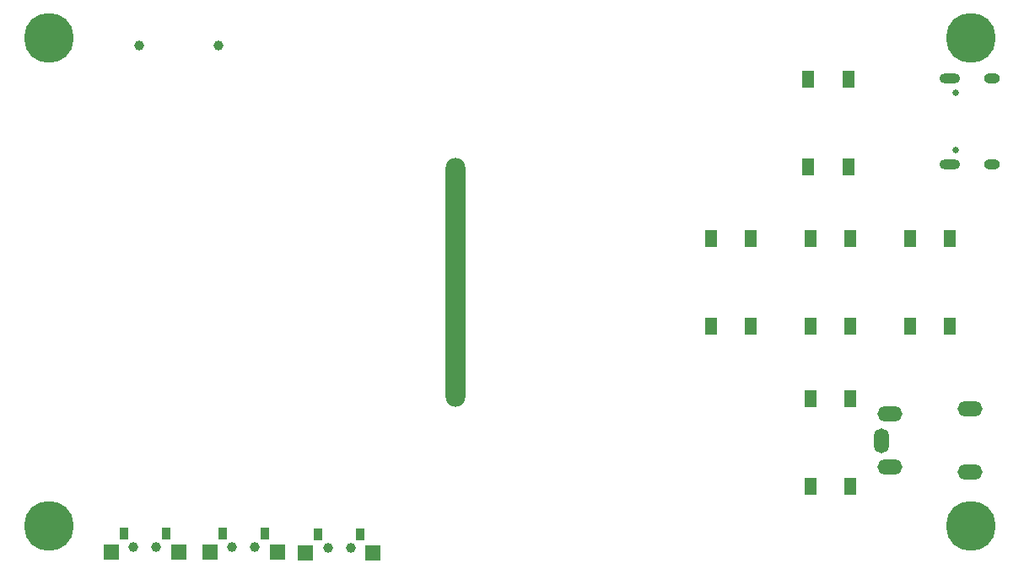
<source format=gts>
%TF.GenerationSoftware,KiCad,Pcbnew,7.0.2-6a45011f42~172~ubuntu22.04.1*%
%TF.CreationDate,2023-05-03T22:42:28+03:00*%
%TF.ProjectId,mp3_test_board,6d70335f-7465-4737-945f-626f6172642e,rev?*%
%TF.SameCoordinates,Original*%
%TF.FileFunction,Soldermask,Top*%
%TF.FilePolarity,Negative*%
%FSLAX46Y46*%
G04 Gerber Fmt 4.6, Leading zero omitted, Abs format (unit mm)*
G04 Created by KiCad (PCBNEW 7.0.2-6a45011f42~172~ubuntu22.04.1) date 2023-05-03 22:42:28*
%MOMM*%
%LPD*%
G01*
G04 APERTURE LIST*
%ADD10C,1.000000*%
%ADD11R,0.900000X1.200000*%
%ADD12R,1.500000X1.500000*%
%ADD13R,1.300000X1.800000*%
%ADD14C,0.800000*%
%ADD15C,5.000000*%
%ADD16O,2.000000X25.000000*%
%ADD17C,0.001000*%
%ADD18O,1.500000X2.500000*%
%ADD19O,2.500000X1.500000*%
%ADD20C,0.650000*%
%ADD21O,1.600000X1.000000*%
%ADD22O,2.100000X1.000000*%
%ADD23C,0.999997*%
G04 APERTURE END LIST*
D10*
%TO.C,SW7*%
X110150000Y-97852500D03*
X107850000Y-97852500D03*
D11*
X111100000Y-96552500D03*
X106900000Y-96552500D03*
D12*
X112400000Y-98392500D03*
X105600000Y-98392500D03*
%TD*%
D13*
%TO.C,SW1*%
X146300000Y-75600000D03*
X146300000Y-66800000D03*
X150300000Y-75600000D03*
X150300000Y-66800000D03*
%TD*%
D10*
%TO.C,SW6*%
X100550000Y-97780000D03*
X98250000Y-97780000D03*
D11*
X101500000Y-96480000D03*
X97300000Y-96480000D03*
D12*
X102800000Y-98320000D03*
X96000000Y-98320000D03*
%TD*%
D14*
%TO.C,H4*%
X170525000Y-46700000D03*
X171074175Y-45374175D03*
X171074175Y-48025825D03*
X172400000Y-44825000D03*
D15*
X172400000Y-46700000D03*
D14*
X172400000Y-48575000D03*
X173725825Y-45374175D03*
X173725825Y-48025825D03*
X174275000Y-46700000D03*
%TD*%
%TO.C,H2*%
X78025000Y-46700000D03*
X78574175Y-45374175D03*
X78574175Y-48025825D03*
X79900000Y-44825000D03*
D15*
X79900000Y-46700000D03*
D14*
X79900000Y-48575000D03*
X81225825Y-45374175D03*
X81225825Y-48025825D03*
X81775000Y-46700000D03*
%TD*%
D16*
%TO.C,P1*%
X120710000Y-71222533D03*
%TD*%
D14*
%TO.C,H1*%
X78025000Y-95700000D03*
X78574175Y-94374175D03*
X78574175Y-97025825D03*
X79900000Y-93825000D03*
D15*
X79900000Y-95700000D03*
D14*
X79900000Y-97575000D03*
X81225825Y-94374175D03*
X81225825Y-97025825D03*
X81775000Y-95700000D03*
%TD*%
D13*
%TO.C,SW3*%
X156300000Y-91700000D03*
X156300000Y-82900000D03*
X160300000Y-91700000D03*
X160300000Y-82900000D03*
%TD*%
%TO.C,SW2*%
X166300000Y-75600000D03*
X166300000Y-66800000D03*
X170300000Y-75600000D03*
X170300000Y-66800000D03*
%TD*%
D10*
%TO.C,SW8*%
X90650000Y-97780000D03*
X88350000Y-97780000D03*
D11*
X91600000Y-96480000D03*
X87400000Y-96480000D03*
D12*
X92900000Y-98320000D03*
X86100000Y-98320000D03*
%TD*%
D14*
%TO.C,H3*%
X170525000Y-95700000D03*
X171074175Y-94374175D03*
X171074175Y-97025825D03*
X172400000Y-93825000D03*
D15*
X172400000Y-95700000D03*
D14*
X172400000Y-97575000D03*
X173725825Y-94374175D03*
X173725825Y-97025825D03*
X174275000Y-95700000D03*
%TD*%
D13*
%TO.C,SW4*%
X156100000Y-59600000D03*
X156100000Y-50800000D03*
X160100000Y-59600000D03*
X160100000Y-50800000D03*
%TD*%
%TO.C,SW5*%
X156300000Y-75600000D03*
X156300000Y-66800000D03*
X160300000Y-75600000D03*
X160300000Y-66800000D03*
%TD*%
D17*
%TO.C,J2*%
X173795000Y-87100000D03*
X166795000Y-87100000D03*
D18*
X163395000Y-87100000D03*
D19*
X164295000Y-84450000D03*
X172295000Y-90300000D03*
X172295000Y-83900000D03*
X164295000Y-89750000D03*
%TD*%
D20*
%TO.C,P2*%
X170855000Y-52180000D03*
X170855000Y-57960000D03*
D21*
X174505000Y-50750000D03*
D22*
X170325000Y-50750000D03*
D21*
X174505000Y-59390000D03*
D22*
X170325000Y-59390000D03*
%TD*%
D23*
%TO.C,J1*%
X88918900Y-47448338D03*
X96894500Y-47448338D03*
%TD*%
M02*

</source>
